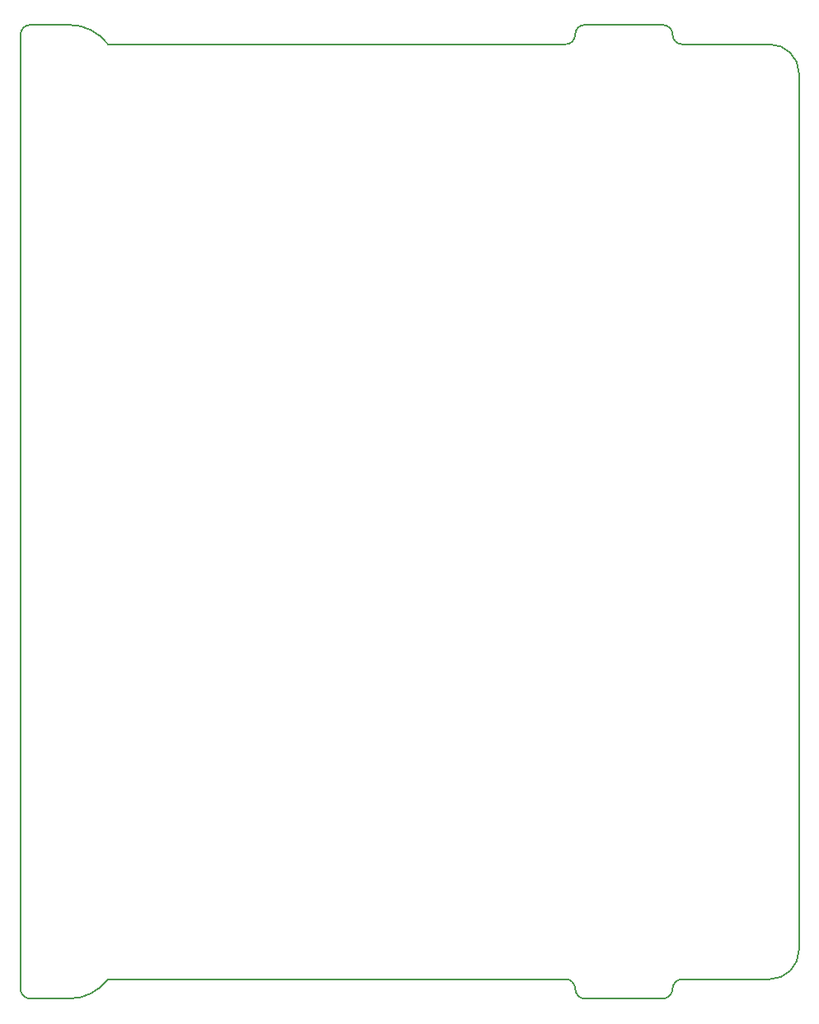
<source format=gbr>
%TF.GenerationSoftware,KiCad,Pcbnew,9.0.6*%
%TF.CreationDate,2025-12-10T15:25:16+03:00*%
%TF.ProjectId,PMCNV-PWMx16,504d434e-562d-4505-974d-7831362e6b69,rev?*%
%TF.SameCoordinates,PX3dfd240PY5f5e100*%
%TF.FileFunction,Profile,NP*%
%FSLAX46Y46*%
G04 Gerber Fmt 4.6, Leading zero omitted, Abs format (unit mm)*
G04 Created by KiCad (PCBNEW 9.0.6) date 2025-12-10 15:25:16*
%MOMM*%
%LPD*%
G01*
G04 APERTURE LIST*
%TA.AperFunction,Profile*%
%ADD10C,0.200000*%
%TD*%
G04 APERTURE END LIST*
D10*
X-39000000Y-50000000D02*
G75*
G02*
X-40000000Y-49000000I0J1000000D01*
G01*
X16000000Y-48000000D02*
G75*
G02*
X17000000Y-49000000I0J-1000000D01*
G01*
X-40000000Y49000000D02*
G75*
G02*
X-39000000Y50000000I1000000J0D01*
G01*
X27000000Y-49000000D02*
G75*
G02*
X28000000Y-48000000I1000000J0D01*
G01*
X28000000Y-48000000D02*
X37000000Y-48000000D01*
X-39000000Y-50000000D02*
X-35000000Y-50000000D01*
X26000000Y50000000D02*
G75*
G02*
X27000000Y49000000I0J-1000000D01*
G01*
X-35000000Y50000000D02*
G75*
G02*
X-31000000Y48000000I0J-5000000D01*
G01*
X-31000000Y-48000000D02*
G75*
G02*
X-35000000Y-50000000I-4000000J3000000D01*
G01*
X-40000000Y-49000000D02*
X-40000000Y49000000D01*
X27000000Y-49000000D02*
G75*
G02*
X26000000Y-50000000I-1000000J0D01*
G01*
X28000000Y48000000D02*
X37000000Y48000000D01*
X28000000Y48000000D02*
G75*
G02*
X27000000Y49000000I0J1000000D01*
G01*
X-39000000Y50000000D02*
X-35000000Y50000000D01*
X-31000000Y48000000D02*
X16000000Y48000000D01*
X18000000Y-50000000D02*
G75*
G02*
X17000000Y-49000000I0J1000000D01*
G01*
X18000000Y-50000000D02*
X26000000Y-50000000D01*
X37000000Y48000000D02*
G75*
G02*
X40000000Y45000000I0J-3000000D01*
G01*
X17000000Y49000000D02*
G75*
G02*
X16000000Y48000000I-1000000J0D01*
G01*
X16000000Y-48000000D02*
X-31000000Y-48000000D01*
X40000000Y45000000D02*
X40000000Y-45000000D01*
X26000000Y50000000D02*
X18000000Y50000000D01*
X17000000Y49000000D02*
G75*
G02*
X18000000Y50000000I1000000J0D01*
G01*
X40000000Y-45000000D02*
G75*
G02*
X37000000Y-48000000I-3000000J0D01*
G01*
M02*

</source>
